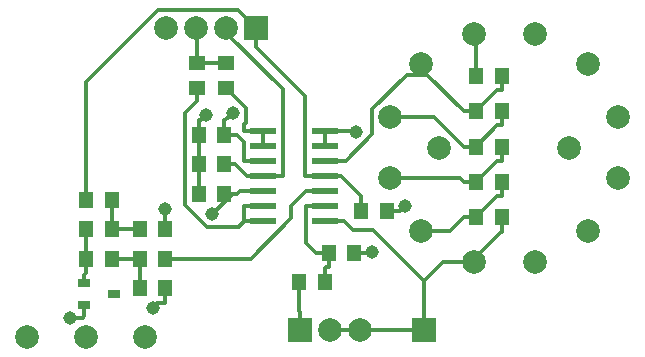
<source format=gtl>
G04 (created by PCBNEW (2013-03-31 BZR 4008)-stable) date 2013-07-29 6:50:27 PM*
%MOIN*%
G04 Gerber Fmt 3.4, Leading zero omitted, Abs format*
%FSLAX34Y34*%
G01*
G70*
G90*
G04 APERTURE LIST*
%ADD10C,0.006*%
%ADD11R,0.0394X0.0276*%
%ADD12R,0.045X0.055*%
%ADD13R,0.055X0.045*%
%ADD14C,0.0787*%
%ADD15R,0.0787X0.0787*%
%ADD16R,0.0866X0.0236*%
%ADD17C,0.0787402*%
%ADD18C,0.045*%
%ADD19C,0.012*%
G04 APERTURE END LIST*
G54D10*
G54D11*
X14476Y-17716D03*
X13476Y-18091D03*
X13476Y-17341D03*
G54D12*
X22704Y-14960D03*
X23554Y-14960D03*
X17291Y-13385D03*
X18141Y-13385D03*
G54D13*
X17224Y-10858D03*
X17224Y-10008D03*
G54D12*
X26543Y-15157D03*
X27393Y-15157D03*
X26543Y-13976D03*
X27393Y-13976D03*
X26543Y-12795D03*
X27393Y-12795D03*
X26543Y-11614D03*
X27393Y-11614D03*
X26543Y-10433D03*
X27393Y-10433D03*
X15323Y-16535D03*
X16173Y-16535D03*
X13551Y-15551D03*
X14401Y-15551D03*
X15323Y-15551D03*
X16173Y-15551D03*
G54D13*
X18208Y-10858D03*
X18208Y-10008D03*
G54D12*
X18141Y-12401D03*
X17291Y-12401D03*
X17291Y-14370D03*
X18141Y-14370D03*
X21487Y-17322D03*
X20637Y-17322D03*
X15323Y-17519D03*
X16173Y-17519D03*
X22472Y-16338D03*
X21622Y-16338D03*
X13551Y-16535D03*
X14401Y-16535D03*
X14401Y-14566D03*
X13551Y-14566D03*
G54D14*
X13543Y-19133D03*
X11574Y-19133D03*
X15511Y-19133D03*
G54D15*
X19216Y-8858D03*
G54D14*
X18216Y-8858D03*
X17216Y-8858D03*
X16216Y-8858D03*
G54D15*
X24803Y-18897D03*
G54D14*
X21653Y-18897D03*
X22653Y-18897D03*
G54D15*
X20653Y-18897D03*
G54D16*
X21495Y-15279D03*
X21495Y-14779D03*
X21495Y-14279D03*
X21495Y-13779D03*
X21495Y-13279D03*
X21495Y-12779D03*
X21495Y-12279D03*
X19449Y-12279D03*
X19449Y-12779D03*
X19449Y-13279D03*
X19449Y-13779D03*
X19449Y-14279D03*
X19449Y-14779D03*
X19449Y-15279D03*
G54D17*
X23677Y-11814D03*
X24696Y-10051D03*
X26460Y-9031D03*
X28500Y-9031D03*
X30263Y-10051D03*
X31283Y-11814D03*
X29645Y-12834D03*
X25314Y-12834D03*
X23677Y-13854D03*
X24696Y-15618D03*
X26460Y-16637D03*
X28500Y-16637D03*
X30263Y-15618D03*
X31283Y-13854D03*
G54D18*
X16173Y-14888D03*
X12995Y-18504D03*
X17546Y-11730D03*
X15758Y-18168D03*
X23084Y-16318D03*
X24180Y-14780D03*
X22539Y-12303D03*
X17744Y-15039D03*
X18419Y-11679D03*
G54D19*
X13551Y-10640D02*
X13551Y-14566D01*
X15947Y-8243D02*
X13551Y-10640D01*
X18601Y-8243D02*
X15947Y-8243D01*
X19216Y-8858D02*
X18601Y-8243D01*
X22704Y-14437D02*
X22704Y-14960D01*
X22047Y-13779D02*
X22704Y-14437D01*
X21495Y-13779D02*
X22047Y-13779D01*
X20842Y-13779D02*
X21495Y-13779D01*
X20842Y-11097D02*
X20842Y-13779D01*
X19216Y-9471D02*
X20842Y-11097D01*
X19216Y-8858D02*
X19216Y-9471D01*
X18503Y-13385D02*
X18141Y-13385D01*
X18897Y-13779D02*
X18503Y-13385D01*
X19449Y-13779D02*
X18897Y-13779D01*
X18216Y-9007D02*
X18216Y-8858D01*
X20102Y-10893D02*
X18216Y-9007D01*
X20102Y-13779D02*
X20102Y-10893D01*
X19449Y-13779D02*
X20102Y-13779D01*
X22472Y-16338D02*
X22917Y-16338D01*
X13476Y-18449D02*
X13476Y-18091D01*
X13421Y-18504D02*
X13476Y-18449D01*
X12995Y-18504D02*
X13421Y-18504D01*
X17291Y-11906D02*
X17291Y-12401D01*
X17370Y-11906D02*
X17291Y-11906D01*
X17546Y-11730D02*
X17370Y-11906D01*
X16173Y-18014D02*
X16173Y-17519D01*
X15912Y-18014D02*
X16173Y-18014D01*
X15758Y-18168D02*
X15912Y-18014D01*
X16173Y-15551D02*
X16173Y-14888D01*
X17291Y-12401D02*
X17291Y-13385D01*
X17291Y-13385D02*
X17291Y-14370D01*
X22937Y-16318D02*
X22917Y-16338D01*
X23084Y-16318D02*
X22937Y-16318D01*
X23554Y-14960D02*
X24000Y-14960D01*
X24180Y-14780D02*
X24000Y-14960D01*
X26543Y-9114D02*
X26543Y-10433D01*
X26460Y-9031D02*
X26543Y-9114D01*
X14401Y-16535D02*
X15323Y-16535D01*
X15323Y-17519D02*
X15323Y-16535D01*
X21653Y-18897D02*
X22653Y-18897D01*
X22653Y-18897D02*
X24803Y-18897D01*
X22128Y-15279D02*
X22431Y-15582D01*
X21495Y-15279D02*
X22128Y-15279D01*
X24803Y-18897D02*
X24803Y-17281D01*
X23104Y-15582D02*
X22431Y-15582D01*
X24803Y-17281D02*
X23104Y-15582D01*
X25446Y-16637D02*
X26374Y-16637D01*
X24803Y-17281D02*
X25446Y-16637D01*
X26374Y-16637D02*
X26460Y-16637D01*
X27380Y-15632D02*
X27393Y-15632D01*
X26374Y-16637D02*
X27380Y-15632D01*
X27393Y-15157D02*
X27393Y-15632D01*
X21487Y-16847D02*
X21487Y-17322D01*
X21522Y-16813D02*
X21487Y-16847D01*
X21622Y-16813D02*
X21522Y-16813D01*
X21622Y-16338D02*
X21622Y-16813D01*
X20862Y-14779D02*
X21495Y-14779D01*
X20862Y-16003D02*
X20862Y-14779D01*
X21197Y-16338D02*
X20862Y-16003D01*
X21622Y-16338D02*
X21197Y-16338D01*
X20637Y-18288D02*
X20637Y-17322D01*
X20653Y-18304D02*
X20637Y-18288D01*
X20653Y-18897D02*
X20653Y-18304D01*
X25657Y-15618D02*
X26118Y-15157D01*
X24696Y-15618D02*
X25657Y-15618D01*
X26543Y-15157D02*
X26118Y-15157D01*
X27249Y-14451D02*
X26543Y-15157D01*
X27393Y-14451D02*
X27249Y-14451D01*
X27393Y-13976D02*
X27393Y-14451D01*
X21495Y-13279D02*
X22189Y-13279D01*
X27249Y-10908D02*
X26543Y-11614D01*
X27393Y-10908D02*
X27249Y-10908D01*
X27393Y-10433D02*
X27393Y-10908D01*
X26543Y-11614D02*
X26118Y-11614D01*
X24696Y-10051D02*
X24696Y-10399D01*
X24903Y-10399D02*
X24696Y-10399D01*
X26118Y-11614D02*
X24903Y-10399D01*
X23082Y-12386D02*
X22189Y-13279D01*
X23082Y-11544D02*
X23082Y-12386D01*
X24228Y-10399D02*
X23082Y-11544D01*
X24696Y-10399D02*
X24228Y-10399D01*
X25996Y-13854D02*
X26118Y-13976D01*
X23677Y-13854D02*
X25996Y-13854D01*
X26543Y-13976D02*
X26118Y-13976D01*
X27249Y-13270D02*
X26543Y-13976D01*
X27393Y-13270D02*
X27249Y-13270D01*
X27393Y-12795D02*
X27393Y-13270D01*
X25138Y-11814D02*
X26118Y-12795D01*
X23677Y-11814D02*
X25138Y-11814D01*
X26543Y-12795D02*
X26118Y-12795D01*
X27249Y-12089D02*
X26543Y-12795D01*
X27393Y-12089D02*
X27249Y-12089D01*
X27393Y-11614D02*
X27393Y-12089D01*
X13551Y-15551D02*
X13551Y-16535D01*
X13476Y-17085D02*
X13476Y-17341D01*
X13551Y-17010D02*
X13476Y-17085D01*
X13551Y-16535D02*
X13551Y-17010D01*
X22515Y-12279D02*
X22539Y-12303D01*
X21495Y-12279D02*
X22515Y-12279D01*
X21495Y-12779D02*
X21495Y-12279D01*
X18566Y-14370D02*
X18354Y-14370D01*
X18657Y-14279D02*
X18566Y-14370D01*
X19449Y-14279D02*
X18657Y-14279D01*
X18354Y-14429D02*
X17744Y-15039D01*
X18354Y-14370D02*
X18354Y-14429D01*
X18141Y-14370D02*
X18354Y-14370D01*
X15323Y-15551D02*
X14401Y-15551D01*
X14401Y-14566D02*
X14401Y-15551D01*
X19449Y-15279D02*
X18816Y-15279D01*
X18816Y-14779D02*
X19449Y-14779D01*
X18816Y-15279D02*
X18816Y-14779D01*
X18627Y-15468D02*
X18816Y-15279D01*
X17560Y-15468D02*
X18627Y-15468D01*
X16828Y-14736D02*
X17560Y-15468D01*
X16828Y-11679D02*
X16828Y-14736D01*
X17224Y-11283D02*
X16828Y-11679D01*
X17224Y-10858D02*
X17224Y-11283D01*
X18173Y-11926D02*
X18419Y-11679D01*
X18141Y-11926D02*
X18173Y-11926D01*
X18141Y-12401D02*
X18141Y-11926D01*
X18816Y-13279D02*
X19449Y-13279D01*
X18816Y-12651D02*
X18816Y-13279D01*
X18566Y-12401D02*
X18816Y-12651D01*
X18141Y-12401D02*
X18566Y-12401D01*
X19449Y-12779D02*
X19449Y-12279D01*
X18856Y-11505D02*
X18208Y-10858D01*
X18856Y-12001D02*
X18856Y-11505D01*
X18816Y-12040D02*
X18856Y-12001D01*
X18816Y-12279D02*
X18816Y-12040D01*
X19449Y-12279D02*
X18816Y-12279D01*
X19029Y-16535D02*
X16173Y-16535D01*
X20380Y-15184D02*
X19029Y-16535D01*
X20380Y-14761D02*
X20380Y-15184D01*
X20862Y-14279D02*
X20380Y-14761D01*
X21495Y-14279D02*
X20862Y-14279D01*
X17224Y-8866D02*
X17224Y-10008D01*
X17216Y-8858D02*
X17224Y-8866D01*
X17224Y-10008D02*
X18208Y-10008D01*
M02*

</source>
